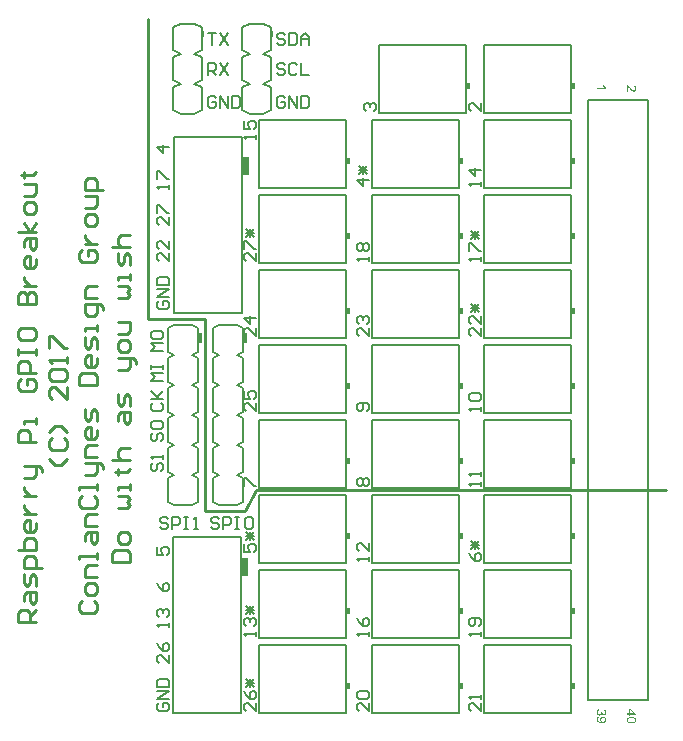
<source format=gto>
G04 Layer_Color=65535*
%FSLAX25Y25*%
%MOIN*%
G70*
G01*
G75*
%ADD10C,0.01000*%
%ADD17C,0.00787*%
%ADD18C,0.00700*%
%ADD19R,0.01181X0.01969*%
%ADD20R,0.02461X0.05906*%
%ADD21R,0.01156X0.01969*%
%ADD22R,0.01299X0.03543*%
G36*
X4719Y-105624D02*
X4774D01*
X4834Y-105629D01*
X4903Y-105633D01*
X5047Y-105647D01*
X5199Y-105670D01*
X5352Y-105698D01*
X5421Y-105717D01*
X5490Y-105735D01*
X5495D01*
X5504Y-105740D01*
X5522Y-105749D01*
X5546Y-105758D01*
X5578Y-105767D01*
X5610Y-105786D01*
X5689Y-105823D01*
X5772Y-105869D01*
X5860Y-105929D01*
X5948Y-105998D01*
X6022Y-106081D01*
Y-106086D01*
X6031Y-106091D01*
X6040Y-106105D01*
X6049Y-106123D01*
X6068Y-106146D01*
X6081Y-106174D01*
X6118Y-106243D01*
X6151Y-106326D01*
X6183Y-106423D01*
X6202Y-106539D01*
X6211Y-106664D01*
Y-106668D01*
Y-106673D01*
Y-106687D01*
Y-106705D01*
X6206Y-106756D01*
X6197Y-106816D01*
X6183Y-106885D01*
X6165Y-106959D01*
X6142Y-107038D01*
X6105Y-107112D01*
Y-107116D01*
X6100Y-107121D01*
X6086Y-107144D01*
X6063Y-107181D01*
X6031Y-107227D01*
X5985Y-107278D01*
X5934Y-107334D01*
X5874Y-107384D01*
X5804Y-107435D01*
X5795Y-107440D01*
X5772Y-107458D01*
X5730Y-107477D01*
X5670Y-107509D01*
X5601Y-107537D01*
X5522Y-107574D01*
X5430Y-107606D01*
X5328Y-107634D01*
X5324D01*
X5315Y-107639D01*
X5301Y-107643D01*
X5278Y-107648D01*
X5250Y-107652D01*
X5218Y-107657D01*
X5176Y-107666D01*
X5130Y-107671D01*
X5079Y-107680D01*
X5024Y-107685D01*
X4959Y-107689D01*
X4894Y-107699D01*
X4820Y-107703D01*
X4746D01*
X4663Y-107708D01*
X4483D01*
X4432Y-107703D01*
X4377D01*
X4317Y-107699D01*
X4252Y-107694D01*
X4104Y-107680D01*
X3952Y-107657D01*
X3804Y-107629D01*
X3735Y-107611D01*
X3665Y-107588D01*
X3661D01*
X3651Y-107583D01*
X3633Y-107574D01*
X3610Y-107565D01*
X3577Y-107555D01*
X3545Y-107537D01*
X3467Y-107500D01*
X3384Y-107454D01*
X3291Y-107394D01*
X3208Y-107324D01*
X3129Y-107241D01*
Y-107237D01*
X3120Y-107232D01*
X3111Y-107218D01*
X3102Y-107200D01*
X3088Y-107176D01*
X3069Y-107153D01*
X3037Y-107084D01*
X3005Y-107001D01*
X2972Y-106904D01*
X2954Y-106788D01*
X2945Y-106664D01*
Y-106659D01*
Y-106645D01*
Y-106617D01*
X2949Y-106585D01*
X2954Y-106548D01*
X2963Y-106502D01*
X2972Y-106451D01*
X2986Y-106396D01*
X3005Y-106340D01*
X3023Y-106280D01*
X3051Y-106220D01*
X3083Y-106160D01*
X3120Y-106100D01*
X3166Y-106040D01*
X3217Y-105984D01*
X3273Y-105934D01*
X3277Y-105929D01*
X3291Y-105920D01*
X3314Y-105906D01*
X3351Y-105883D01*
X3393Y-105860D01*
X3448Y-105837D01*
X3513Y-105804D01*
X3587Y-105777D01*
X3670Y-105749D01*
X3767Y-105721D01*
X3873Y-105693D01*
X3993Y-105670D01*
X4123Y-105647D01*
X4261Y-105633D01*
X4414Y-105624D01*
X4575Y-105620D01*
X4668D01*
X4719Y-105624D01*
D02*
G37*
G36*
X6197Y-104464D02*
Y-104783D01*
X4127D01*
Y-105218D01*
X3767D01*
Y-104783D01*
X3000D01*
Y-104391D01*
X3767D01*
Y-103000D01*
X4127D01*
X6197Y-104464D01*
D02*
G37*
G36*
X-4593Y104995D02*
X-4584Y104986D01*
X-4579Y104968D01*
X-4565Y104945D01*
X-4551Y104917D01*
X-4533Y104885D01*
X-4487Y104806D01*
X-4436Y104714D01*
X-4371Y104621D01*
X-4297Y104524D01*
X-4219Y104427D01*
X-4214Y104422D01*
X-4210Y104418D01*
X-4196Y104404D01*
X-4182Y104385D01*
X-4136Y104344D01*
X-4080Y104288D01*
X-4016Y104233D01*
X-3942Y104173D01*
X-3868Y104122D01*
X-3789Y104076D01*
Y103822D01*
X-7000D01*
Y104215D01*
X-4501D01*
X-4505Y104219D01*
X-4524Y104242D01*
X-4551Y104270D01*
X-4584Y104316D01*
X-4625Y104367D01*
X-4671Y104432D01*
X-4722Y104506D01*
X-4773Y104589D01*
Y104593D01*
X-4778Y104598D01*
X-4796Y104626D01*
X-4819Y104672D01*
X-4847Y104727D01*
X-4879Y104792D01*
X-4912Y104861D01*
X-4944Y104931D01*
X-4972Y105000D01*
X-4593D01*
Y104995D01*
D02*
G37*
G36*
X3088Y104991D02*
X3129Y104986D01*
X3176Y104977D01*
X3222Y104968D01*
X3273Y104949D01*
X3277D01*
X3282Y104945D01*
X3309Y104935D01*
X3351Y104917D01*
X3407Y104889D01*
X3471Y104852D01*
X3545Y104806D01*
X3619Y104755D01*
X3698Y104691D01*
X3702D01*
X3707Y104681D01*
X3735Y104658D01*
X3776Y104616D01*
X3836Y104557D01*
X3906Y104487D01*
X3989Y104399D01*
X4081Y104293D01*
X4178Y104178D01*
X4183Y104173D01*
X4197Y104155D01*
X4220Y104127D01*
X4247Y104095D01*
X4284Y104053D01*
X4326Y104002D01*
X4372Y103951D01*
X4423Y103891D01*
X4534Y103776D01*
X4645Y103660D01*
X4700Y103605D01*
X4756Y103554D01*
X4806Y103508D01*
X4857Y103471D01*
X4862D01*
X4866Y103462D01*
X4880Y103452D01*
X4899Y103443D01*
X4950Y103411D01*
X5010Y103374D01*
X5084Y103341D01*
X5162Y103309D01*
X5250Y103291D01*
X5333Y103281D01*
X5342D01*
X5370Y103286D01*
X5416Y103291D01*
X5467Y103305D01*
X5532Y103323D01*
X5596Y103355D01*
X5661Y103397D01*
X5726Y103452D01*
X5735Y103462D01*
X5754Y103485D01*
X5777Y103517D01*
X5809Y103568D01*
X5837Y103632D01*
X5864Y103706D01*
X5883Y103794D01*
X5887Y103891D01*
Y103896D01*
Y103905D01*
Y103919D01*
X5883Y103937D01*
X5878Y103993D01*
X5864Y104058D01*
X5846Y104127D01*
X5814Y104205D01*
X5772Y104279D01*
X5717Y104349D01*
X5707Y104358D01*
X5684Y104376D01*
X5647Y104404D01*
X5592Y104432D01*
X5527Y104464D01*
X5444Y104492D01*
X5352Y104510D01*
X5245Y104519D01*
X5287Y104921D01*
X5291D01*
X5305Y104917D01*
X5328D01*
X5361Y104912D01*
X5398Y104903D01*
X5439Y104894D01*
X5490Y104880D01*
X5541Y104866D01*
X5652Y104829D01*
X5763Y104774D01*
X5818Y104741D01*
X5874Y104700D01*
X5925Y104658D01*
X5971Y104612D01*
X5975Y104607D01*
X5980Y104598D01*
X5994Y104584D01*
X6008Y104561D01*
X6026Y104533D01*
X6045Y104501D01*
X6068Y104464D01*
X6091Y104418D01*
X6114Y104367D01*
X6137Y104312D01*
X6155Y104252D01*
X6174Y104187D01*
X6188Y104118D01*
X6202Y104044D01*
X6206Y103965D01*
X6211Y103882D01*
Y103877D01*
Y103864D01*
Y103836D01*
X6206Y103803D01*
X6202Y103767D01*
X6197Y103720D01*
X6188Y103669D01*
X6179Y103619D01*
X6146Y103498D01*
X6100Y103378D01*
X6072Y103318D01*
X6040Y103258D01*
X5998Y103203D01*
X5952Y103152D01*
X5948Y103147D01*
X5943Y103138D01*
X5925Y103129D01*
X5906Y103110D01*
X5883Y103087D01*
X5850Y103064D01*
X5818Y103041D01*
X5777Y103013D01*
X5689Y102967D01*
X5578Y102921D01*
X5522Y102902D01*
X5458Y102893D01*
X5393Y102884D01*
X5324Y102879D01*
X5291D01*
X5255Y102884D01*
X5204Y102889D01*
X5148Y102898D01*
X5084Y102916D01*
X5014Y102935D01*
X4945Y102963D01*
X4936Y102967D01*
X4913Y102976D01*
X4876Y102995D01*
X4825Y103023D01*
X4769Y103060D01*
X4700Y103106D01*
X4631Y103161D01*
X4552Y103226D01*
X4543Y103235D01*
X4515Y103258D01*
X4492Y103281D01*
X4469Y103305D01*
X4441Y103332D01*
X4405Y103369D01*
X4368Y103406D01*
X4326Y103452D01*
X4280Y103498D01*
X4229Y103554D01*
X4178Y103614D01*
X4118Y103679D01*
X4058Y103753D01*
X3993Y103826D01*
X3989Y103831D01*
X3979Y103840D01*
X3966Y103859D01*
X3947Y103882D01*
X3919Y103910D01*
X3892Y103942D01*
X3832Y104016D01*
X3762Y104095D01*
X3693Y104168D01*
X3633Y104233D01*
X3610Y104261D01*
X3587Y104284D01*
X3582Y104288D01*
X3568Y104302D01*
X3550Y104321D01*
X3522Y104344D01*
X3490Y104367D01*
X3457Y104395D01*
X3379Y104450D01*
Y102875D01*
X3000D01*
Y104995D01*
X3051D01*
X3088Y104991D01*
D02*
G37*
G36*
X-4792Y-105486D02*
X-4750Y-105490D01*
X-4699Y-105495D01*
X-4648Y-105504D01*
X-4588Y-105518D01*
X-4468Y-105550D01*
X-4404Y-105573D01*
X-4334Y-105601D01*
X-4270Y-105633D01*
X-4210Y-105675D01*
X-4145Y-105717D01*
X-4089Y-105767D01*
X-4085Y-105772D01*
X-4075Y-105781D01*
X-4062Y-105795D01*
X-4043Y-105818D01*
X-4020Y-105846D01*
X-3992Y-105883D01*
X-3969Y-105920D01*
X-3937Y-105966D01*
X-3909Y-106012D01*
X-3886Y-106068D01*
X-3835Y-106192D01*
X-3817Y-106257D01*
X-3803Y-106331D01*
X-3794Y-106405D01*
X-3789Y-106483D01*
Y-106488D01*
Y-106497D01*
Y-106516D01*
X-3794Y-106539D01*
Y-106562D01*
X-3798Y-106594D01*
X-3812Y-106673D01*
X-3831Y-106761D01*
X-3863Y-106858D01*
X-3905Y-106955D01*
X-3960Y-107052D01*
Y-107056D01*
X-3969Y-107061D01*
X-3979Y-107075D01*
X-3992Y-107093D01*
X-4029Y-107140D01*
X-4080Y-107200D01*
X-4149Y-107260D01*
X-4233Y-107329D01*
X-4330Y-107389D01*
X-4440Y-107444D01*
X-4445D01*
X-4454Y-107449D01*
X-4473Y-107458D01*
X-4496Y-107467D01*
X-4528Y-107477D01*
X-4570Y-107491D01*
X-4616Y-107500D01*
X-4667Y-107514D01*
X-4727Y-107528D01*
X-4796Y-107542D01*
X-4870Y-107551D01*
X-4949Y-107560D01*
X-5037Y-107569D01*
X-5129Y-107578D01*
X-5231Y-107583D01*
X-5438D01*
X-5489Y-107578D01*
X-5549D01*
X-5619Y-107574D01*
X-5688Y-107565D01*
X-5845Y-107551D01*
X-6011Y-107528D01*
X-6168Y-107495D01*
X-6247Y-107472D01*
X-6316Y-107449D01*
X-6321D01*
X-6330Y-107444D01*
X-6349Y-107435D01*
X-6376Y-107426D01*
X-6404Y-107412D01*
X-6441Y-107394D01*
X-6520Y-107347D01*
X-6607Y-107292D01*
X-6700Y-107227D01*
X-6787Y-107144D01*
X-6866Y-107052D01*
Y-107047D01*
X-6875Y-107038D01*
X-6884Y-107024D01*
X-6894Y-107006D01*
X-6908Y-106978D01*
X-6926Y-106950D01*
X-6945Y-106913D01*
X-6958Y-106876D01*
X-6995Y-106788D01*
X-7028Y-106682D01*
X-7046Y-106567D01*
X-7055Y-106437D01*
Y-106433D01*
Y-106419D01*
Y-106400D01*
X-7051Y-106377D01*
Y-106345D01*
X-7046Y-106308D01*
X-7028Y-106220D01*
X-7005Y-106123D01*
X-6968Y-106021D01*
X-6917Y-105920D01*
X-6884Y-105869D01*
X-6848Y-105823D01*
X-6843Y-105818D01*
X-6838Y-105814D01*
X-6824Y-105800D01*
X-6811Y-105786D01*
X-6787Y-105767D01*
X-6760Y-105744D01*
X-6695Y-105698D01*
X-6612Y-105652D01*
X-6510Y-105606D01*
X-6395Y-105569D01*
X-6261Y-105541D01*
X-6228Y-105920D01*
X-6233D01*
X-6242Y-105924D01*
X-6252D01*
X-6270Y-105929D01*
X-6321Y-105943D01*
X-6376Y-105961D01*
X-6441Y-105984D01*
X-6506Y-106017D01*
X-6566Y-106054D01*
X-6617Y-106100D01*
X-6621Y-106105D01*
X-6635Y-106123D01*
X-6654Y-106156D01*
X-6672Y-106192D01*
X-6695Y-106243D01*
X-6714Y-106303D01*
X-6727Y-106373D01*
X-6732Y-106447D01*
Y-106456D01*
Y-106479D01*
X-6727Y-106511D01*
X-6723Y-106553D01*
X-6714Y-106604D01*
X-6700Y-106654D01*
X-6681Y-106710D01*
X-6654Y-106761D01*
X-6649Y-106765D01*
X-6640Y-106784D01*
X-6621Y-106811D01*
X-6593Y-106839D01*
X-6561Y-106876D01*
X-6524Y-106913D01*
X-6483Y-106950D01*
X-6432Y-106987D01*
X-6427Y-106992D01*
X-6404Y-107001D01*
X-6372Y-107019D01*
X-6330Y-107038D01*
X-6275Y-107061D01*
X-6210Y-107084D01*
X-6136Y-107107D01*
X-6053Y-107130D01*
X-6048D01*
X-6044Y-107135D01*
X-6030D01*
X-6011Y-107140D01*
X-5965Y-107149D01*
X-5905Y-107163D01*
X-5831Y-107172D01*
X-5753Y-107181D01*
X-5665Y-107186D01*
X-5572Y-107190D01*
X-5494D01*
X-5503Y-107186D01*
X-5526Y-107167D01*
X-5559Y-107140D01*
X-5605Y-107107D01*
X-5651Y-107061D01*
X-5702Y-107006D01*
X-5753Y-106941D01*
X-5799Y-106867D01*
X-5803Y-106858D01*
X-5817Y-106830D01*
X-5836Y-106788D01*
X-5854Y-106738D01*
X-5877Y-106668D01*
X-5896Y-106594D01*
X-5910Y-106511D01*
X-5914Y-106423D01*
Y-106419D01*
Y-106405D01*
Y-106386D01*
X-5910Y-106359D01*
X-5905Y-106322D01*
X-5900Y-106285D01*
X-5891Y-106239D01*
X-5877Y-106192D01*
X-5845Y-106086D01*
X-5822Y-106031D01*
X-5794Y-105975D01*
X-5762Y-105915D01*
X-5720Y-105860D01*
X-5679Y-105804D01*
X-5628Y-105754D01*
X-5623Y-105749D01*
X-5614Y-105740D01*
X-5600Y-105730D01*
X-5577Y-105712D01*
X-5545Y-105689D01*
X-5512Y-105666D01*
X-5471Y-105643D01*
X-5425Y-105620D01*
X-5374Y-105592D01*
X-5318Y-105569D01*
X-5254Y-105546D01*
X-5189Y-105523D01*
X-5115Y-105504D01*
X-5037Y-105495D01*
X-4958Y-105486D01*
X-4870Y-105481D01*
X-4824D01*
X-4792Y-105486D01*
D02*
G37*
G36*
X-6104Y-103393D02*
X-6108D01*
X-6118Y-103397D01*
X-6136Y-103402D01*
X-6159Y-103407D01*
X-6187Y-103411D01*
X-6219Y-103420D01*
X-6289Y-103444D01*
X-6372Y-103476D01*
X-6450Y-103517D01*
X-6524Y-103564D01*
X-6589Y-103619D01*
X-6593Y-103628D01*
X-6612Y-103647D01*
X-6635Y-103684D01*
X-6658Y-103730D01*
X-6686Y-103785D01*
X-6709Y-103855D01*
X-6727Y-103933D01*
X-6732Y-104016D01*
Y-104021D01*
Y-104030D01*
Y-104044D01*
X-6727Y-104063D01*
X-6723Y-104113D01*
X-6709Y-104178D01*
X-6686Y-104252D01*
X-6654Y-104331D01*
X-6607Y-104409D01*
X-6543Y-104483D01*
X-6533Y-104492D01*
X-6506Y-104515D01*
X-6464Y-104543D01*
X-6409Y-104580D01*
X-6339Y-104617D01*
X-6261Y-104645D01*
X-6168Y-104668D01*
X-6067Y-104677D01*
X-6039D01*
X-6021Y-104672D01*
X-5970Y-104668D01*
X-5910Y-104654D01*
X-5836Y-104636D01*
X-5762Y-104603D01*
X-5688Y-104557D01*
X-5619Y-104497D01*
X-5609Y-104488D01*
X-5591Y-104464D01*
X-5563Y-104428D01*
X-5531Y-104377D01*
X-5499Y-104312D01*
X-5471Y-104234D01*
X-5452Y-104146D01*
X-5443Y-104049D01*
Y-104044D01*
Y-104030D01*
Y-104007D01*
X-5448Y-103975D01*
X-5452Y-103933D01*
X-5461Y-103887D01*
X-5471Y-103832D01*
X-5485Y-103771D01*
X-5138Y-103818D01*
Y-103822D01*
Y-103841D01*
X-5143Y-103859D01*
Y-103878D01*
Y-103882D01*
Y-103887D01*
Y-103901D01*
Y-103919D01*
X-5133Y-103970D01*
X-5124Y-104030D01*
X-5110Y-104100D01*
X-5087Y-104178D01*
X-5055Y-104252D01*
X-5013Y-104331D01*
Y-104335D01*
X-5009Y-104340D01*
X-4990Y-104363D01*
X-4958Y-104395D01*
X-4916Y-104432D01*
X-4856Y-104469D01*
X-4787Y-104501D01*
X-4708Y-104525D01*
X-4662Y-104534D01*
X-4575D01*
X-4538Y-104525D01*
X-4487Y-104515D01*
X-4431Y-104497D01*
X-4371Y-104474D01*
X-4311Y-104437D01*
X-4256Y-104386D01*
X-4251Y-104381D01*
X-4233Y-104358D01*
X-4210Y-104326D01*
X-4182Y-104284D01*
X-4159Y-104229D01*
X-4136Y-104164D01*
X-4117Y-104090D01*
X-4112Y-104007D01*
Y-104002D01*
Y-103998D01*
Y-103970D01*
X-4122Y-103929D01*
X-4131Y-103873D01*
X-4149Y-103813D01*
X-4173Y-103753D01*
X-4210Y-103688D01*
X-4256Y-103628D01*
X-4260Y-103624D01*
X-4283Y-103605D01*
X-4316Y-103577D01*
X-4362Y-103545D01*
X-4422Y-103513D01*
X-4496Y-103481D01*
X-4584Y-103453D01*
X-4685Y-103434D01*
X-4616Y-103042D01*
X-4611D01*
X-4598Y-103046D01*
X-4579Y-103051D01*
X-4551Y-103055D01*
X-4519Y-103065D01*
X-4482Y-103078D01*
X-4394Y-103106D01*
X-4293Y-103153D01*
X-4191Y-103208D01*
X-4094Y-103277D01*
X-4006Y-103365D01*
X-4002Y-103370D01*
X-3997Y-103379D01*
X-3988Y-103393D01*
X-3974Y-103411D01*
X-3955Y-103434D01*
X-3937Y-103467D01*
X-3918Y-103499D01*
X-3895Y-103541D01*
X-3858Y-103633D01*
X-3821Y-103739D01*
X-3798Y-103864D01*
X-3789Y-103929D01*
Y-103998D01*
Y-104002D01*
Y-104012D01*
Y-104026D01*
Y-104044D01*
X-3794Y-104095D01*
X-3803Y-104155D01*
X-3817Y-104229D01*
X-3840Y-104312D01*
X-3868Y-104395D01*
X-3905Y-104478D01*
Y-104483D01*
X-3909Y-104488D01*
X-3923Y-104515D01*
X-3951Y-104557D01*
X-3983Y-104603D01*
X-4029Y-104659D01*
X-4080Y-104714D01*
X-4140Y-104770D01*
X-4210Y-104816D01*
X-4219Y-104820D01*
X-4242Y-104834D01*
X-4283Y-104853D01*
X-4334Y-104876D01*
X-4394Y-104899D01*
X-4464Y-104917D01*
X-4542Y-104931D01*
X-4621Y-104936D01*
X-4658D01*
X-4695Y-104931D01*
X-4745Y-104922D01*
X-4806Y-104908D01*
X-4870Y-104885D01*
X-4935Y-104857D01*
X-5000Y-104820D01*
X-5009Y-104816D01*
X-5027Y-104802D01*
X-5060Y-104774D01*
X-5097Y-104737D01*
X-5138Y-104691D01*
X-5184Y-104636D01*
X-5226Y-104571D01*
X-5268Y-104492D01*
Y-104497D01*
X-5272Y-104506D01*
X-5277Y-104520D01*
X-5281Y-104539D01*
X-5300Y-104589D01*
X-5328Y-104654D01*
X-5364Y-104728D01*
X-5411Y-104802D01*
X-5471Y-104871D01*
X-5540Y-104936D01*
X-5549Y-104940D01*
X-5577Y-104959D01*
X-5623Y-104987D01*
X-5683Y-105014D01*
X-5757Y-105042D01*
X-5845Y-105070D01*
X-5947Y-105088D01*
X-6058Y-105093D01*
X-6099D01*
X-6127Y-105088D01*
X-6164Y-105084D01*
X-6205Y-105074D01*
X-6252Y-105065D01*
X-6302Y-105056D01*
X-6413Y-105019D01*
X-6473Y-104991D01*
X-6529Y-104964D01*
X-6589Y-104927D01*
X-6649Y-104885D01*
X-6709Y-104839D01*
X-6764Y-104783D01*
X-6769Y-104779D01*
X-6778Y-104770D01*
X-6792Y-104751D01*
X-6811Y-104728D01*
X-6834Y-104700D01*
X-6857Y-104663D01*
X-6884Y-104622D01*
X-6908Y-104571D01*
X-6935Y-104520D01*
X-6963Y-104460D01*
X-6986Y-104400D01*
X-7009Y-104331D01*
X-7028Y-104257D01*
X-7042Y-104178D01*
X-7051Y-104100D01*
X-7055Y-104012D01*
Y-104007D01*
Y-103993D01*
Y-103970D01*
X-7051Y-103943D01*
X-7046Y-103905D01*
X-7042Y-103864D01*
X-7032Y-103818D01*
X-7023Y-103767D01*
X-6995Y-103656D01*
X-6949Y-103541D01*
X-6921Y-103481D01*
X-6889Y-103425D01*
X-6848Y-103370D01*
X-6806Y-103314D01*
X-6801Y-103310D01*
X-6792Y-103300D01*
X-6778Y-103286D01*
X-6760Y-103273D01*
X-6737Y-103250D01*
X-6704Y-103226D01*
X-6672Y-103199D01*
X-6630Y-103171D01*
X-6584Y-103143D01*
X-6538Y-103115D01*
X-6427Y-103065D01*
X-6298Y-103023D01*
X-6228Y-103009D01*
X-6154Y-103000D01*
X-6104Y-103393D01*
D02*
G37*
%LPC*%
G36*
X4575Y-106021D02*
X4501D01*
X4446Y-106026D01*
X4386D01*
X4312Y-106031D01*
X4233Y-106035D01*
X4150Y-106045D01*
X3970Y-106068D01*
X3882Y-106081D01*
X3799Y-106100D01*
X3721Y-106119D01*
X3647Y-106146D01*
X3582Y-106174D01*
X3527Y-106206D01*
X3522D01*
X3517Y-106216D01*
X3485Y-106239D01*
X3444Y-106280D01*
X3397Y-106331D01*
X3351Y-106400D01*
X3309Y-106479D01*
X3277Y-106567D01*
X3273Y-106613D01*
X3268Y-106664D01*
Y-106668D01*
Y-106677D01*
Y-106691D01*
X3273Y-106710D01*
X3282Y-106756D01*
X3300Y-106821D01*
X3333Y-106890D01*
X3379Y-106969D01*
X3407Y-107006D01*
X3444Y-107043D01*
X3480Y-107080D01*
X3527Y-107116D01*
X3531D01*
X3540Y-107126D01*
X3554Y-107135D01*
X3577Y-107144D01*
X3610Y-107163D01*
X3651Y-107176D01*
X3698Y-107195D01*
X3753Y-107213D01*
X3822Y-107227D01*
X3896Y-107246D01*
X3984Y-107264D01*
X4076Y-107278D01*
X4187Y-107287D01*
X4303Y-107297D01*
X4432Y-107306D01*
X4649D01*
X4705Y-107301D01*
X4765D01*
X4839Y-107297D01*
X4917Y-107292D01*
X5005Y-107283D01*
X5181Y-107260D01*
X5268Y-107246D01*
X5352Y-107227D01*
X5430Y-107209D01*
X5504Y-107181D01*
X5569Y-107153D01*
X5624Y-107121D01*
X5629D01*
X5633Y-107112D01*
X5647Y-107103D01*
X5666Y-107089D01*
X5707Y-107047D01*
X5758Y-106996D01*
X5804Y-106927D01*
X5846Y-106849D01*
X5864Y-106807D01*
X5878Y-106761D01*
X5883Y-106710D01*
X5887Y-106659D01*
Y-106654D01*
Y-106645D01*
Y-106631D01*
X5883Y-106613D01*
X5874Y-106562D01*
X5860Y-106502D01*
X5832Y-106433D01*
X5790Y-106359D01*
X5763Y-106322D01*
X5735Y-106285D01*
X5698Y-106253D01*
X5657Y-106220D01*
X5652D01*
X5643Y-106211D01*
X5624Y-106202D01*
X5601Y-106188D01*
X5564Y-106174D01*
X5522Y-106156D01*
X5472Y-106142D01*
X5412Y-106123D01*
X5342Y-106105D01*
X5264Y-106086D01*
X5176Y-106068D01*
X5079Y-106054D01*
X4968Y-106040D01*
X4848Y-106031D01*
X4719Y-106026D01*
X4575Y-106021D01*
D02*
G37*
G36*
X4127Y-103384D02*
Y-104391D01*
X5559D01*
X4127Y-103384D01*
D02*
G37*
G36*
X-4884Y-105883D02*
X-4912D01*
X-4935Y-105887D01*
X-4963D01*
X-4990Y-105892D01*
X-5060Y-105906D01*
X-5138Y-105929D01*
X-5221Y-105957D01*
X-5305Y-106003D01*
X-5378Y-106063D01*
X-5388Y-106072D01*
X-5406Y-106095D01*
X-5438Y-106137D01*
X-5471Y-106188D01*
X-5508Y-106257D01*
X-5540Y-106336D01*
X-5559Y-106423D01*
X-5568Y-106520D01*
Y-106525D01*
Y-106534D01*
Y-106548D01*
X-5563Y-106567D01*
X-5559Y-106617D01*
X-5545Y-106677D01*
X-5522Y-106751D01*
X-5489Y-106825D01*
X-5443Y-106899D01*
X-5378Y-106969D01*
X-5369Y-106978D01*
X-5341Y-106996D01*
X-5300Y-107024D01*
X-5240Y-107061D01*
X-5166Y-107093D01*
X-5078Y-107121D01*
X-4972Y-107140D01*
X-4852Y-107149D01*
X-4819D01*
X-4796Y-107144D01*
X-4764D01*
X-4732Y-107140D01*
X-4658Y-107126D01*
X-4570Y-107107D01*
X-4478Y-107075D01*
X-4390Y-107029D01*
X-4311Y-106969D01*
X-4307D01*
X-4302Y-106959D01*
X-4279Y-106936D01*
X-4247Y-106899D01*
X-4210Y-106849D01*
X-4177Y-106784D01*
X-4145Y-106710D01*
X-4122Y-106627D01*
X-4112Y-106580D01*
Y-106534D01*
Y-106530D01*
Y-106520D01*
Y-106507D01*
X-4117Y-106488D01*
X-4122Y-106437D01*
X-4140Y-106377D01*
X-4163Y-106303D01*
X-4205Y-106225D01*
X-4256Y-106146D01*
X-4293Y-106109D01*
X-4330Y-106072D01*
X-4334D01*
X-4339Y-106063D01*
X-4353Y-106054D01*
X-4367Y-106045D01*
X-4413Y-106012D01*
X-4478Y-105980D01*
X-4556Y-105943D01*
X-4653Y-105911D01*
X-4764Y-105892D01*
X-4884Y-105883D01*
D02*
G37*
%LPD*%
D10*
X-120545Y-30000D02*
X16000D01*
X-124364Y-37000D02*
X-120545Y-30000D01*
X-137500Y-37000D02*
X-124364D01*
X-137500D02*
Y26000D01*
Y27000D01*
X-156500D02*
X-137500D01*
X-156500D02*
Y127000D01*
X-194000Y-74000D02*
X-199998D01*
Y-71001D01*
X-198998Y-70001D01*
X-196999D01*
X-195999Y-71001D01*
Y-74000D01*
Y-72001D02*
X-194000Y-70001D01*
X-197999Y-67002D02*
Y-65003D01*
X-196999Y-64003D01*
X-194000D01*
Y-67002D01*
X-195000Y-68002D01*
X-195999Y-67002D01*
Y-64003D01*
X-194000Y-62004D02*
Y-59005D01*
X-195000Y-58005D01*
X-195999Y-59005D01*
Y-61004D01*
X-196999Y-62004D01*
X-197999Y-61004D01*
Y-58005D01*
X-192001Y-56006D02*
X-197999D01*
Y-53007D01*
X-196999Y-52007D01*
X-195000D01*
X-194000Y-53007D01*
Y-56006D01*
X-199998Y-50008D02*
X-194000D01*
Y-47009D01*
X-195000Y-46009D01*
X-195999D01*
X-196999D01*
X-197999Y-47009D01*
Y-50008D01*
X-194000Y-41011D02*
Y-43010D01*
X-195000Y-44010D01*
X-196999D01*
X-197999Y-43010D01*
Y-41011D01*
X-196999Y-40011D01*
X-195999D01*
Y-44010D01*
X-197999Y-38012D02*
X-194000D01*
X-195999D01*
X-196999Y-37012D01*
X-197999Y-36012D01*
Y-35013D01*
Y-32014D02*
X-194000D01*
X-195999D01*
X-196999Y-31014D01*
X-197999Y-30014D01*
Y-29015D01*
Y-26015D02*
X-195000D01*
X-194000Y-25016D01*
Y-22017D01*
X-193000D01*
X-192001Y-23017D01*
Y-24016D01*
X-194000Y-22017D02*
X-197999D01*
X-194000Y-14019D02*
X-199998D01*
Y-11020D01*
X-198998Y-10021D01*
X-196999D01*
X-195999Y-11020D01*
Y-14019D01*
X-194000Y-8021D02*
Y-6022D01*
Y-7022D01*
X-197999D01*
Y-8021D01*
X-198998Y6974D02*
X-199998Y5974D01*
Y3975D01*
X-198998Y2975D01*
X-195000D01*
X-194000Y3975D01*
Y5974D01*
X-195000Y6974D01*
X-196999D01*
Y4975D01*
X-194000Y8973D02*
X-199998D01*
Y11972D01*
X-198998Y12972D01*
X-196999D01*
X-195999Y11972D01*
Y8973D01*
X-199998Y14971D02*
Y16971D01*
Y15971D01*
X-194000D01*
Y14971D01*
Y16971D01*
X-199998Y22969D02*
Y20969D01*
X-198998Y19970D01*
X-195000D01*
X-194000Y20969D01*
Y22969D01*
X-195000Y23968D01*
X-198998D01*
X-199998Y22969D01*
Y31966D02*
X-194000D01*
Y34965D01*
X-195000Y35964D01*
X-195999D01*
X-196999Y34965D01*
Y31966D01*
Y34965D01*
X-197999Y35964D01*
X-198998D01*
X-199998Y34965D01*
Y31966D01*
X-197999Y37964D02*
X-194000D01*
X-195999D01*
X-196999Y38963D01*
X-197999Y39963D01*
Y40963D01*
X-194000Y46961D02*
Y44962D01*
X-195000Y43962D01*
X-196999D01*
X-197999Y44962D01*
Y46961D01*
X-196999Y47961D01*
X-195999D01*
Y43962D01*
X-197999Y50960D02*
Y52959D01*
X-196999Y53959D01*
X-194000D01*
Y50960D01*
X-195000Y49960D01*
X-195999Y50960D01*
Y53959D01*
X-194000Y55958D02*
X-199998D01*
X-195999D02*
X-197999Y58957D01*
X-195999Y55958D02*
X-194000Y58957D01*
Y62956D02*
Y64955D01*
X-195000Y65955D01*
X-196999D01*
X-197999Y64955D01*
Y62956D01*
X-196999Y61956D01*
X-195000D01*
X-194000Y62956D01*
X-197999Y67954D02*
X-195000D01*
X-194000Y68954D01*
Y71953D01*
X-197999D01*
X-198998Y74952D02*
X-197999D01*
Y73952D01*
Y75951D01*
Y74952D01*
X-195000D01*
X-194000Y75951D01*
X-183500Y-19501D02*
X-185499Y-21500D01*
X-187499D01*
X-189498Y-19501D01*
X-188498Y-12503D02*
X-189498Y-13503D01*
Y-15502D01*
X-188498Y-16502D01*
X-184500D01*
X-183500Y-15502D01*
Y-13503D01*
X-184500Y-12503D01*
X-183500Y-10504D02*
X-185499Y-8504D01*
X-187499D01*
X-189498Y-10504D01*
X-183500Y4492D02*
Y493D01*
X-187499Y4492D01*
X-188498D01*
X-189498Y3492D01*
Y1493D01*
X-188498Y493D01*
Y6491D02*
X-189498Y7491D01*
Y9490D01*
X-188498Y10490D01*
X-184500D01*
X-183500Y9490D01*
Y7491D01*
X-184500Y6491D01*
X-188498D01*
X-183500Y12489D02*
Y14488D01*
Y13489D01*
X-189498D01*
X-188498Y12489D01*
X-189498Y17487D02*
Y21486D01*
X-188498D01*
X-184500Y17487D01*
X-183500D01*
X-178498Y-67001D02*
X-179498Y-68001D01*
Y-70000D01*
X-178498Y-71000D01*
X-174500D01*
X-173500Y-70000D01*
Y-68001D01*
X-174500Y-67001D01*
X-173500Y-64002D02*
Y-62003D01*
X-174500Y-61003D01*
X-176499D01*
X-177499Y-62003D01*
Y-64002D01*
X-176499Y-65002D01*
X-174500D01*
X-173500Y-64002D01*
Y-59004D02*
X-177499D01*
Y-56005D01*
X-176499Y-55005D01*
X-173500D01*
Y-53006D02*
Y-51007D01*
Y-52006D01*
X-179498D01*
Y-53006D01*
X-177499Y-47008D02*
Y-45008D01*
X-176499Y-44009D01*
X-173500D01*
Y-47008D01*
X-174500Y-48007D01*
X-175499Y-47008D01*
Y-44009D01*
X-173500Y-42009D02*
X-177499D01*
Y-39010D01*
X-176499Y-38011D01*
X-173500D01*
X-178498Y-32013D02*
X-179498Y-33012D01*
Y-35012D01*
X-178498Y-36011D01*
X-174500D01*
X-173500Y-35012D01*
Y-33012D01*
X-174500Y-32013D01*
X-173500Y-30013D02*
Y-28014D01*
Y-29014D01*
X-179498D01*
Y-30013D01*
X-177499Y-25015D02*
X-174500D01*
X-173500Y-24015D01*
Y-21016D01*
X-172500D01*
X-171501Y-22016D01*
Y-23016D01*
X-173500Y-21016D02*
X-177499D01*
X-173500Y-19017D02*
X-177499D01*
Y-16018D01*
X-176499Y-15018D01*
X-173500D01*
Y-10020D02*
Y-12019D01*
X-174500Y-13019D01*
X-176499D01*
X-177499Y-12019D01*
Y-10020D01*
X-176499Y-9020D01*
X-175499D01*
Y-13019D01*
X-173500Y-7021D02*
Y-4022D01*
X-174500Y-3022D01*
X-175499Y-4022D01*
Y-6021D01*
X-176499Y-7021D01*
X-177499Y-6021D01*
Y-3022D01*
X-179498Y4975D02*
X-173500D01*
Y7975D01*
X-174500Y8974D01*
X-178498D01*
X-179498Y7975D01*
Y4975D01*
X-173500Y13972D02*
Y11973D01*
X-174500Y10973D01*
X-176499D01*
X-177499Y11973D01*
Y13972D01*
X-176499Y14972D01*
X-175499D01*
Y10973D01*
X-173500Y16972D02*
Y19971D01*
X-174500Y20970D01*
X-175499Y19971D01*
Y17971D01*
X-176499Y16972D01*
X-177499Y17971D01*
Y20970D01*
X-173500Y22970D02*
Y24969D01*
Y23969D01*
X-177499D01*
Y22970D01*
X-171501Y29967D02*
Y30967D01*
X-172500Y31967D01*
X-177499D01*
Y28968D01*
X-176499Y27968D01*
X-174500D01*
X-173500Y28968D01*
Y31967D01*
Y33966D02*
X-177499D01*
Y36965D01*
X-176499Y37965D01*
X-173500D01*
X-178498Y49961D02*
X-179498Y48961D01*
Y46962D01*
X-178498Y45962D01*
X-174500D01*
X-173500Y46962D01*
Y48961D01*
X-174500Y49961D01*
X-176499D01*
Y47962D01*
X-177499Y51960D02*
X-173500D01*
X-175499D01*
X-176499Y52960D01*
X-177499Y53960D01*
Y54959D01*
X-173500Y58958D02*
Y60957D01*
X-174500Y61957D01*
X-176499D01*
X-177499Y60957D01*
Y58958D01*
X-176499Y57958D01*
X-174500D01*
X-173500Y58958D01*
X-177499Y63956D02*
X-174500D01*
X-173500Y64956D01*
Y67955D01*
X-177499D01*
X-171501Y69954D02*
X-177499D01*
Y72953D01*
X-176499Y73953D01*
X-174500D01*
X-173500Y72953D01*
Y69954D01*
X-168498Y-54000D02*
X-162500D01*
Y-51001D01*
X-163500Y-50001D01*
X-167498D01*
X-168498Y-51001D01*
Y-54000D01*
X-162500Y-47002D02*
Y-45003D01*
X-163500Y-44003D01*
X-165499D01*
X-166499Y-45003D01*
Y-47002D01*
X-165499Y-48002D01*
X-163500D01*
X-162500Y-47002D01*
X-166499Y-36006D02*
X-163500D01*
X-162500Y-35006D01*
X-163500Y-34007D01*
X-162500Y-33007D01*
X-163500Y-32007D01*
X-166499D01*
X-162500Y-30008D02*
Y-28008D01*
Y-29008D01*
X-166499D01*
Y-30008D01*
X-167498Y-24010D02*
X-166499D01*
Y-25009D01*
Y-23010D01*
Y-24010D01*
X-163500D01*
X-162500Y-23010D01*
X-168498Y-20011D02*
X-162500D01*
X-165499D01*
X-166499Y-19011D01*
Y-17012D01*
X-165499Y-16012D01*
X-162500D01*
X-166499Y-7015D02*
Y-5016D01*
X-165499Y-4016D01*
X-162500D01*
Y-7015D01*
X-163500Y-8015D01*
X-164499Y-7015D01*
Y-4016D01*
X-162500Y-2017D02*
Y982D01*
X-163500Y1982D01*
X-164499Y982D01*
Y-1017D01*
X-165499Y-2017D01*
X-166499Y-1017D01*
Y1982D01*
Y9979D02*
X-163500D01*
X-162500Y10979D01*
Y13978D01*
X-161500D01*
X-160501Y12978D01*
Y11979D01*
X-162500Y13978D02*
X-166499D01*
X-162500Y16977D02*
Y18976D01*
X-163500Y19976D01*
X-165499D01*
X-166499Y18976D01*
Y16977D01*
X-165499Y15977D01*
X-163500D01*
X-162500Y16977D01*
X-166499Y21975D02*
X-163500D01*
X-162500Y22975D01*
Y25974D01*
X-166499D01*
Y33972D02*
X-163500D01*
X-162500Y34971D01*
X-163500Y35971D01*
X-162500Y36971D01*
X-163500Y37970D01*
X-166499D01*
X-162500Y39970D02*
Y41969D01*
Y40969D01*
X-166499D01*
Y39970D01*
X-162500Y44968D02*
Y47967D01*
X-163500Y48967D01*
X-164499Y47967D01*
Y45968D01*
X-165499Y44968D01*
X-166499Y45968D01*
Y48967D01*
X-168498Y50966D02*
X-162500D01*
X-165499D01*
X-166499Y51966D01*
Y53965D01*
X-165499Y54965D01*
X-162500D01*
D17*
X-36890Y45650D02*
X-23110D01*
X-15433D01*
X-44567Y68287D02*
X-15433D01*
Y45650D02*
Y48898D01*
Y52835D02*
Y68287D01*
X-44567Y48898D02*
Y52835D01*
Y45650D02*
X-36890D01*
X-44567Y52835D02*
Y68287D01*
X-15433Y48898D02*
Y52835D01*
X-44567Y45650D02*
Y48898D01*
X-74390Y70650D02*
X-60610D01*
X-52933D01*
X-82067Y93287D02*
X-52933D01*
Y70650D02*
Y73898D01*
Y77835D02*
Y93287D01*
X-82067Y73898D02*
Y77835D01*
Y70650D02*
X-74390D01*
X-82067Y77835D02*
Y93287D01*
X-52933Y73898D02*
Y77835D01*
X-82067Y70650D02*
Y73898D01*
X-71890Y95650D02*
X-58110D01*
X-50433D01*
X-79567Y118287D02*
X-50433D01*
Y95650D02*
Y98898D01*
Y102835D02*
Y118287D01*
X-79567Y98898D02*
Y102835D01*
Y95650D02*
X-71890D01*
X-79567Y102835D02*
Y118287D01*
X-50433Y98898D02*
Y102835D01*
X-79567Y95650D02*
Y98898D01*
X-36890Y95650D02*
X-23110D01*
X-15433D01*
X-44567Y118287D02*
X-15433D01*
Y95650D02*
Y98898D01*
Y102835D02*
Y118287D01*
X-44567Y98898D02*
Y102835D01*
Y95650D02*
X-36890D01*
X-44567Y102835D02*
Y118287D01*
X-15433Y98898D02*
Y102835D01*
X-44567Y95650D02*
Y98898D01*
X-10000Y-100000D02*
X10000D01*
X-10000Y100000D02*
X10000D01*
Y-100000D02*
Y100000D01*
X-10000Y-100000D02*
Y100000D01*
X-36890Y70650D02*
X-23110D01*
X-15433D01*
X-44567Y93287D02*
X-15433D01*
Y70650D02*
Y73898D01*
Y77835D02*
Y93287D01*
X-44567Y73898D02*
Y77835D01*
Y70650D02*
X-36890D01*
X-44567Y77835D02*
Y93287D01*
X-15433Y73898D02*
Y77835D01*
X-44567Y70650D02*
Y73898D01*
X-111890Y70650D02*
X-98110D01*
X-90433D01*
X-119567Y93287D02*
X-90433D01*
Y70650D02*
Y73898D01*
Y77835D02*
Y93287D01*
X-119567Y73898D02*
Y77835D01*
Y70650D02*
X-111890D01*
X-119567Y77835D02*
Y93287D01*
X-90433Y73898D02*
Y77835D01*
X-119567Y70650D02*
Y73898D01*
X-74390Y45650D02*
X-60610D01*
X-52933D01*
X-82067Y68287D02*
X-52933D01*
Y45650D02*
Y48898D01*
Y52835D02*
Y68287D01*
X-82067Y48898D02*
Y52835D01*
Y45650D02*
X-74390D01*
X-82067Y52835D02*
Y68287D01*
X-52933Y48898D02*
Y52835D01*
X-82067Y45650D02*
Y48898D01*
X-74390Y20650D02*
X-60610D01*
X-52933D01*
X-82067Y43287D02*
X-52933D01*
Y20650D02*
Y23898D01*
Y27835D02*
Y43287D01*
X-82067Y23898D02*
Y27835D01*
Y20650D02*
X-74390D01*
X-82067Y27835D02*
Y43287D01*
X-52933Y23898D02*
Y27835D01*
X-82067Y20650D02*
Y23898D01*
X-111890Y20650D02*
X-98110D01*
X-90433D01*
X-119567Y43287D02*
X-90433D01*
Y20650D02*
Y23898D01*
Y27835D02*
Y43287D01*
X-119567Y23898D02*
Y27835D01*
Y20650D02*
X-111890D01*
X-119567Y27835D02*
Y43287D01*
X-90433Y23898D02*
Y27835D01*
X-119567Y20650D02*
Y23898D01*
X-111890Y45650D02*
X-98110D01*
X-90433D01*
X-119567Y68287D02*
X-90433D01*
Y45650D02*
Y48898D01*
Y52835D02*
Y68287D01*
X-119567Y48898D02*
Y52835D01*
Y45650D02*
X-111890D01*
X-119567Y52835D02*
Y68287D01*
X-90433Y48898D02*
Y52835D01*
X-119567Y45650D02*
Y48898D01*
X-111890Y-4350D02*
X-98110D01*
X-90433D01*
X-119567Y18287D02*
X-90433D01*
Y-4350D02*
Y-1102D01*
Y2835D02*
Y18287D01*
X-119567Y-1102D02*
Y2835D01*
Y-4350D02*
X-111890D01*
X-119567Y2835D02*
Y18287D01*
X-90433Y-1102D02*
Y2835D01*
X-119567Y-4350D02*
Y-1102D01*
X-36890Y20650D02*
X-23110D01*
X-15433D01*
X-44567Y43287D02*
X-15433D01*
Y20650D02*
Y23898D01*
Y27835D02*
Y43287D01*
X-44567Y23898D02*
Y27835D01*
Y20650D02*
X-36890D01*
X-44567Y27835D02*
Y43287D01*
X-15433Y23898D02*
Y27835D01*
X-44567Y20650D02*
Y23898D01*
X-36890Y-79350D02*
X-23110D01*
X-15433D01*
X-44567Y-56713D02*
X-15433D01*
Y-79350D02*
Y-76102D01*
Y-72165D02*
Y-56713D01*
X-44567Y-76102D02*
Y-72165D01*
Y-79350D02*
X-36890D01*
X-44567Y-72165D02*
Y-56713D01*
X-15433Y-76102D02*
Y-72165D01*
X-44567Y-79350D02*
Y-76102D01*
X-74390Y-29350D02*
X-60610D01*
X-52933D01*
X-82067Y-6713D02*
X-52933D01*
Y-29350D02*
Y-26102D01*
Y-22165D02*
Y-6713D01*
X-82067Y-26102D02*
Y-22165D01*
Y-29350D02*
X-74390D01*
X-82067Y-22165D02*
Y-6713D01*
X-52933Y-26102D02*
Y-22165D01*
X-82067Y-29350D02*
Y-26102D01*
X-36890Y-4350D02*
X-23110D01*
X-15433D01*
X-44567Y18287D02*
X-15433D01*
Y-4350D02*
Y-1102D01*
Y2835D02*
Y18287D01*
X-44567Y-1102D02*
Y2835D01*
Y-4350D02*
X-36890D01*
X-44567Y2835D02*
Y18287D01*
X-15433Y-1102D02*
Y2835D01*
X-44567Y-4350D02*
Y-1102D01*
X-111890Y-104350D02*
X-98110D01*
X-90433D01*
X-119567Y-81713D02*
X-90433D01*
Y-104350D02*
Y-101102D01*
Y-97165D02*
Y-81713D01*
X-119567Y-101102D02*
Y-97165D01*
Y-104350D02*
X-111890D01*
X-119567Y-97165D02*
Y-81713D01*
X-90433Y-101102D02*
Y-97165D01*
X-119567Y-104350D02*
Y-101102D01*
X-111890Y-29350D02*
X-98110D01*
X-90433D01*
X-119567Y-6713D02*
X-90433D01*
Y-29350D02*
Y-26102D01*
Y-22165D02*
Y-6713D01*
X-119567Y-26102D02*
Y-22165D01*
Y-29350D02*
X-111890D01*
X-119567Y-22165D02*
Y-6713D01*
X-90433Y-26102D02*
Y-22165D01*
X-119567Y-29350D02*
Y-26102D01*
X-74390Y-4350D02*
X-60610D01*
X-52933D01*
X-82067Y18287D02*
X-52933D01*
Y-4350D02*
Y-1102D01*
Y2835D02*
Y18287D01*
X-82067Y-1102D02*
Y2835D01*
Y-4350D02*
X-74390D01*
X-82067Y2835D02*
Y18287D01*
X-52933Y-1102D02*
Y2835D01*
X-82067Y-4350D02*
Y-1102D01*
X-74390Y-54350D02*
X-60610D01*
X-52933D01*
X-82067Y-31713D02*
X-52933D01*
Y-54350D02*
Y-51102D01*
Y-47165D02*
Y-31713D01*
X-82067Y-51102D02*
Y-47165D01*
Y-54350D02*
X-74390D01*
X-82067Y-47165D02*
Y-31713D01*
X-52933Y-51102D02*
Y-47165D01*
X-82067Y-54350D02*
Y-51102D01*
X-36890Y-29350D02*
X-23110D01*
X-15433D01*
X-44567Y-6713D02*
X-15433D01*
Y-29350D02*
Y-26102D01*
Y-22165D02*
Y-6713D01*
X-44567Y-26102D02*
Y-22165D01*
Y-29350D02*
X-36890D01*
X-44567Y-22165D02*
Y-6713D01*
X-15433Y-26102D02*
Y-22165D01*
X-44567Y-29350D02*
Y-26102D01*
X-148386Y-104331D02*
Y-45669D01*
X-125748D01*
Y-104331D02*
Y-45669D01*
X-148386Y-104331D02*
X-125748D01*
X-74390Y-79350D02*
X-60610D01*
X-52933D01*
X-82067Y-56713D02*
X-52933D01*
Y-79350D02*
Y-76102D01*
Y-72165D02*
Y-56713D01*
X-82067Y-76102D02*
Y-72165D01*
Y-79350D02*
X-74390D01*
X-82067Y-72165D02*
Y-56713D01*
X-52933Y-76102D02*
Y-72165D01*
X-82067Y-79350D02*
Y-76102D01*
X-111890Y-54350D02*
X-98110D01*
X-90433D01*
X-119567Y-31713D02*
X-90433D01*
Y-54350D02*
Y-51102D01*
Y-47165D02*
Y-31713D01*
X-119567Y-51102D02*
Y-47165D01*
Y-54350D02*
X-111890D01*
X-119567Y-47165D02*
Y-31713D01*
X-90433Y-51102D02*
Y-47165D01*
X-119567Y-54350D02*
Y-51102D01*
X-74390Y-104350D02*
X-60610D01*
X-52933D01*
X-82067Y-81713D02*
X-52933D01*
Y-104350D02*
Y-101102D01*
Y-97165D02*
Y-81713D01*
X-82067Y-101102D02*
Y-97165D01*
Y-104350D02*
X-74390D01*
X-82067Y-97165D02*
Y-81713D01*
X-52933Y-101102D02*
Y-97165D01*
X-82067Y-104350D02*
Y-101102D01*
X-36890Y-54350D02*
X-23110D01*
X-15433D01*
X-44567Y-31713D02*
X-15433D01*
Y-54350D02*
Y-51102D01*
Y-47165D02*
Y-31713D01*
X-44567Y-51102D02*
Y-47165D01*
Y-54350D02*
X-36890D01*
X-44567Y-47165D02*
Y-31713D01*
X-15433Y-51102D02*
Y-47165D01*
X-44567Y-54350D02*
Y-51102D01*
X-36890Y-104350D02*
X-23110D01*
X-15433D01*
X-44567Y-81713D02*
X-15433D01*
Y-104350D02*
Y-101102D01*
Y-97165D02*
Y-81713D01*
X-44567Y-101102D02*
Y-97165D01*
Y-104350D02*
X-36890D01*
X-44567Y-97165D02*
Y-81713D01*
X-15433Y-101102D02*
Y-97165D01*
X-44567Y-104350D02*
Y-101102D01*
X-111890Y-79350D02*
X-98110D01*
X-90433D01*
X-119567Y-56713D02*
X-90433D01*
Y-79350D02*
Y-76102D01*
Y-72165D02*
Y-56713D01*
X-119567Y-76102D02*
Y-72165D01*
Y-79350D02*
X-111890D01*
X-119567Y-72165D02*
Y-56713D01*
X-90433Y-76102D02*
Y-72165D01*
X-119567Y-79350D02*
Y-76102D01*
X-118350Y125500D02*
X-115750Y124300D01*
Y116700D02*
Y124300D01*
X-118350Y115500D02*
X-115750Y116700D01*
X-125250D02*
Y124300D01*
X-122650Y125500D01*
X-118350D01*
X-125250Y116700D02*
X-122650Y115500D01*
X-118350D02*
X-115750Y114300D01*
Y106700D02*
Y114300D01*
X-118350Y105500D02*
X-115750Y106700D01*
X-125250D02*
Y114300D01*
X-122650Y115500D01*
X-125250Y106700D02*
X-122650Y105500D01*
X-118350D02*
X-115750Y104300D01*
X-122650Y95500D02*
X-118350D01*
X-115750Y96700D02*
Y104300D01*
X-118350Y95500D02*
X-115750Y96700D01*
X-125250D02*
Y104300D01*
X-122650Y105500D01*
X-125250Y96700D02*
X-122650Y95500D01*
X-147886Y29169D02*
Y87831D01*
X-125248D01*
Y29169D02*
Y87831D01*
X-147886Y29169D02*
X-125248D01*
X-141350Y125500D02*
X-138750Y124300D01*
Y116700D02*
Y124300D01*
X-141350Y115500D02*
X-138750Y116700D01*
X-148250D02*
Y124300D01*
X-145650Y125500D01*
X-141350D01*
X-148250Y116700D02*
X-145650Y115500D01*
X-141350D02*
X-138750Y114300D01*
Y106700D02*
Y114300D01*
X-141350Y105500D02*
X-138750Y106700D01*
X-148250D02*
Y114300D01*
X-145650Y115500D01*
X-148250Y106700D02*
X-145650Y105500D01*
X-141350D02*
X-138750Y104300D01*
X-145650Y95500D02*
X-141350D01*
X-138750Y96700D02*
Y104300D01*
X-141350Y95500D02*
X-138750Y96700D01*
X-148250D02*
Y104300D01*
X-145650Y105500D01*
X-148250Y96700D02*
X-145650Y95500D01*
X-135000Y15984D02*
X-133031Y15000D01*
X-126969Y5000D02*
X-125000Y5984D01*
X-126969Y-15000D02*
X-125000Y-15984D01*
X-135000Y5984D02*
X-133031Y5000D01*
X-126969Y15000D02*
X-125000Y15984D01*
X-135000Y14016D02*
X-133031Y15000D01*
X-126969Y-15000D02*
X-125000Y-14016D01*
Y-24016D02*
Y-15984D01*
X-135000Y4016D02*
X-133031Y5000D01*
X-126969Y25000D02*
X-125000Y24016D01*
X-126969Y15000D02*
X-125000Y14016D01*
X-135000Y-24016D02*
Y-15984D01*
Y-5984D02*
X-133031Y-5000D01*
X-125000Y-4016D02*
Y4016D01*
Y15984D02*
Y24016D01*
X-135000Y-34016D02*
X-133031Y-35000D01*
X-126969Y-5000D02*
X-125000Y-4016D01*
X-135000Y15984D02*
Y24016D01*
X-125000Y-34016D02*
Y-25984D01*
X-135000Y-14016D02*
Y-5984D01*
Y24016D02*
X-133031Y25000D01*
X-135000Y-4016D02*
X-133031Y-5000D01*
X-126969Y5000D02*
X-125000Y4016D01*
X-135000Y-24016D02*
X-133031Y-25000D01*
X-135000Y-14016D02*
X-133031Y-15000D01*
X-135000Y-15984D02*
X-133031Y-15000D01*
X-125000Y5984D02*
Y14016D01*
X-133031Y-35000D02*
X-126969D01*
X-133031Y25000D02*
X-126969D01*
X-135000Y-25984D02*
X-133031Y-25000D01*
X-126969Y-5000D02*
X-125000Y-5984D01*
X-126969Y-25000D02*
X-125000Y-25984D01*
X-126969Y-25000D02*
X-125000Y-24016D01*
X-135000Y-4016D02*
Y4016D01*
X-125000Y-14016D02*
Y-5984D01*
X-135000Y5984D02*
Y14016D01*
Y-34016D02*
Y-25984D01*
X-126969Y-35000D02*
X-125000Y-34016D01*
X-150000Y15984D02*
X-148031Y15000D01*
X-141969Y5000D02*
X-140000Y5984D01*
X-141969Y-15000D02*
X-140000Y-15984D01*
X-150000Y5984D02*
X-148031Y5000D01*
X-141969Y15000D02*
X-140000Y15984D01*
X-150000Y14016D02*
X-148031Y15000D01*
X-141969Y-15000D02*
X-140000Y-14016D01*
Y-24016D02*
Y-15984D01*
X-150000Y4016D02*
X-148031Y5000D01*
X-141969Y25000D02*
X-140000Y24016D01*
X-141969Y15000D02*
X-140000Y14016D01*
X-150000Y-24016D02*
Y-15984D01*
Y-5984D02*
X-148031Y-5000D01*
X-140000Y-4016D02*
Y4016D01*
Y15984D02*
Y24016D01*
X-150000Y-34016D02*
X-148031Y-35000D01*
X-141969Y-5000D02*
X-140000Y-4016D01*
X-150000Y15984D02*
Y24016D01*
X-140000Y-34016D02*
Y-25984D01*
X-150000Y-14016D02*
Y-5984D01*
Y24016D02*
X-148031Y25000D01*
X-150000Y-4016D02*
X-148031Y-5000D01*
X-141969Y5000D02*
X-140000Y4016D01*
X-150000Y-24016D02*
X-148031Y-25000D01*
X-150000Y-14016D02*
X-148031Y-15000D01*
X-150000Y-15984D02*
X-148031Y-15000D01*
X-140000Y5984D02*
Y14016D01*
X-148031Y-35000D02*
X-141969D01*
X-148031Y25000D02*
X-141969D01*
X-150000Y-25984D02*
X-148031Y-25000D01*
X-141969Y-5000D02*
X-140000Y-5984D01*
X-141969Y-25000D02*
X-140000Y-25984D01*
X-141969Y-25000D02*
X-140000Y-24016D01*
X-150000Y-4016D02*
Y4016D01*
X-140000Y-14016D02*
Y-5984D01*
X-150000Y5984D02*
Y14016D01*
Y-34016D02*
Y-25984D01*
X-141969Y-35000D02*
X-140000Y-34016D01*
D18*
X-45500Y-100834D02*
Y-103500D01*
X-48166Y-100834D01*
X-48832D01*
X-49499Y-101501D01*
Y-102833D01*
X-48832Y-103500D01*
X-45500Y-99501D02*
Y-98168D01*
Y-98835D01*
X-49499D01*
X-48832Y-99501D01*
X-45500Y-78500D02*
Y-77167D01*
Y-77834D01*
X-49499D01*
X-48832Y-78500D01*
X-46166Y-75168D02*
X-45500Y-74501D01*
Y-73168D01*
X-46166Y-72502D01*
X-48832D01*
X-49499Y-73168D01*
Y-74501D01*
X-48832Y-75168D01*
X-48166D01*
X-47499Y-74501D01*
Y-72502D01*
X-49499Y-50834D02*
X-48832Y-52167D01*
X-47499Y-53500D01*
X-46166D01*
X-45500Y-52834D01*
Y-51501D01*
X-46166Y-50834D01*
X-46833D01*
X-47499Y-51501D01*
Y-53500D01*
X-48832Y-49501D02*
X-46166Y-46836D01*
Y-49501D02*
X-48832Y-46836D01*
X-47499Y-49501D02*
Y-46836D01*
X-46166Y-48168D02*
X-48832D01*
X-45500Y-28500D02*
Y-27167D01*
Y-27834D01*
X-49499D01*
X-48832Y-28500D01*
X-45500Y-25168D02*
Y-23835D01*
Y-24501D01*
X-49499D01*
X-48832Y-25168D01*
X-45500Y-3500D02*
Y-2167D01*
Y-2833D01*
X-49499D01*
X-48832Y-3500D01*
Y-168D02*
X-49499Y499D01*
Y1832D01*
X-48832Y2498D01*
X-46166D01*
X-45500Y1832D01*
Y499D01*
X-46166Y-168D01*
X-48832D01*
X-45500Y24166D02*
Y21500D01*
X-48166Y24166D01*
X-48832D01*
X-49499Y23499D01*
Y22166D01*
X-48832Y21500D01*
X-45500Y28164D02*
Y25499D01*
X-48166Y28164D01*
X-48832D01*
X-49499Y27498D01*
Y26165D01*
X-48832Y25499D01*
Y29497D02*
X-46166Y32163D01*
Y29497D02*
X-48832Y32163D01*
X-47499Y29497D02*
Y32163D01*
X-46166Y30830D02*
X-48832D01*
X-45500Y46500D02*
Y47833D01*
Y47166D01*
X-49499D01*
X-48832Y46500D01*
X-49499Y49832D02*
Y52498D01*
X-48832D01*
X-46166Y49832D01*
X-45500D01*
X-48832Y53831D02*
X-46166Y56497D01*
Y53831D02*
X-48832Y56497D01*
X-47499Y53831D02*
Y56497D01*
X-46166Y55164D02*
X-48832D01*
X-45500Y71500D02*
Y72833D01*
Y72166D01*
X-49499D01*
X-48832Y71500D01*
X-45500Y76832D02*
X-49499D01*
X-47499Y74832D01*
Y77498D01*
X-45433Y99166D02*
Y96500D01*
X-48099Y99166D01*
X-48765D01*
X-49432Y98499D01*
Y97166D01*
X-48765Y96500D01*
X-83832D02*
X-84499Y97166D01*
Y98499D01*
X-83832Y99166D01*
X-83166D01*
X-82499Y98499D01*
Y97833D01*
Y98499D01*
X-81833Y99166D01*
X-81166D01*
X-80500Y98499D01*
Y97166D01*
X-81166Y96500D01*
X-83000Y73499D02*
X-86999D01*
X-84999Y71500D01*
Y74166D01*
X-86332Y75499D02*
X-83666Y78164D01*
Y75499D02*
X-86332Y78164D01*
X-84999Y75499D02*
Y78164D01*
X-83666Y76832D02*
X-86332D01*
X-83000Y46500D02*
Y47833D01*
Y47166D01*
X-86999D01*
X-86332Y46500D01*
Y49832D02*
X-86999Y50499D01*
Y51832D01*
X-86332Y52498D01*
X-85666D01*
X-84999Y51832D01*
X-84333Y52498D01*
X-83666D01*
X-83000Y51832D01*
Y50499D01*
X-83666Y49832D01*
X-84333D01*
X-84999Y50499D01*
X-85666Y49832D01*
X-86332D01*
X-84999Y50499D02*
Y51832D01*
X-83000Y24166D02*
Y21500D01*
X-85666Y24166D01*
X-86332D01*
X-86999Y23499D01*
Y22166D01*
X-86332Y21500D01*
Y25499D02*
X-86999Y26165D01*
Y27498D01*
X-86332Y28164D01*
X-85666D01*
X-84999Y27498D01*
Y26832D01*
Y27498D01*
X-84333Y28164D01*
X-83666D01*
X-83000Y27498D01*
Y26165D01*
X-83666Y25499D01*
Y-3500D02*
X-83000Y-2833D01*
Y-1501D01*
X-83666Y-834D01*
X-86332D01*
X-86999Y-1501D01*
Y-2833D01*
X-86332Y-3500D01*
X-85666D01*
X-84999Y-2833D01*
Y-834D01*
X-86332Y-28500D02*
X-86999Y-27834D01*
Y-26501D01*
X-86332Y-25834D01*
X-85666D01*
X-84999Y-26501D01*
X-84333Y-25834D01*
X-83666D01*
X-83000Y-26501D01*
Y-27834D01*
X-83666Y-28500D01*
X-84333D01*
X-84999Y-27834D01*
X-85666Y-28500D01*
X-86332D01*
X-84999Y-27834D02*
Y-26501D01*
X-83000Y-53500D02*
Y-52167D01*
Y-52834D01*
X-86999D01*
X-86332Y-53500D01*
X-83000Y-47502D02*
Y-50168D01*
X-85666Y-47502D01*
X-86332D01*
X-86999Y-48168D01*
Y-49501D01*
X-86332Y-50168D01*
X-83000Y-78500D02*
Y-77167D01*
Y-77834D01*
X-86999D01*
X-86332Y-78500D01*
X-86999Y-72502D02*
X-86332Y-73835D01*
X-84999Y-75168D01*
X-83666D01*
X-83000Y-74501D01*
Y-73168D01*
X-83666Y-72502D01*
X-84333D01*
X-84999Y-73168D01*
Y-75168D01*
X-83000Y-100834D02*
Y-103500D01*
X-85666Y-100834D01*
X-86332D01*
X-86999Y-101501D01*
Y-102833D01*
X-86332Y-103500D01*
Y-99501D02*
X-86999Y-98835D01*
Y-97502D01*
X-86332Y-96836D01*
X-83666D01*
X-83000Y-97502D01*
Y-98835D01*
X-83666Y-99501D01*
X-86332D01*
X-120500Y87000D02*
Y88333D01*
Y87666D01*
X-124499D01*
X-123832Y87000D01*
X-124499Y92998D02*
Y90332D01*
X-122499D01*
X-123166Y91665D01*
Y92332D01*
X-122499Y92998D01*
X-121167D01*
X-120500Y92332D01*
Y90999D01*
X-121167Y90332D01*
X-120500Y49166D02*
Y46500D01*
X-123166Y49166D01*
X-123832D01*
X-124499Y48499D01*
Y47166D01*
X-123832Y46500D01*
X-124499Y50499D02*
Y53164D01*
X-123832D01*
X-121167Y50499D01*
X-120500D01*
X-123832Y54497D02*
X-121167Y57163D01*
Y54497D02*
X-123832Y57163D01*
X-122499Y54497D02*
Y57163D01*
X-121167Y55830D02*
X-123832D01*
X-120500Y24166D02*
Y21500D01*
X-123166Y24166D01*
X-123832D01*
X-124499Y23499D01*
Y22166D01*
X-123832Y21500D01*
X-120500Y27498D02*
X-124499D01*
X-122499Y25499D01*
Y28164D01*
X-120500Y-834D02*
Y-3500D01*
X-123166Y-834D01*
X-123832D01*
X-124499Y-1501D01*
Y-2833D01*
X-123832Y-3500D01*
X-124499Y3164D02*
Y499D01*
X-122499D01*
X-123166Y1832D01*
Y2498D01*
X-122499Y3164D01*
X-121167D01*
X-120500Y2498D01*
Y1165D01*
X-121167Y499D01*
X-124499Y-28500D02*
Y-25834D01*
X-123832D01*
X-121167Y-28500D01*
X-120500D01*
X-124499Y-47834D02*
Y-50500D01*
X-122499D01*
X-123166Y-49167D01*
Y-48501D01*
X-122499Y-47834D01*
X-121167D01*
X-120500Y-48501D01*
Y-49834D01*
X-121167Y-50500D01*
X-123832Y-46501D02*
X-121167Y-43835D01*
Y-46501D02*
X-123832Y-43835D01*
X-122499Y-46501D02*
Y-43835D01*
X-121167Y-45168D02*
X-123832D01*
X-120500Y-78500D02*
Y-77167D01*
Y-77834D01*
X-124499D01*
X-123832Y-78500D01*
Y-75168D02*
X-124499Y-74501D01*
Y-73168D01*
X-123832Y-72502D01*
X-123166D01*
X-122499Y-73168D01*
Y-73835D01*
Y-73168D01*
X-121833Y-72502D01*
X-121167D01*
X-120500Y-73168D01*
Y-74501D01*
X-121167Y-75168D01*
X-123832Y-71169D02*
X-121167Y-68503D01*
Y-71169D02*
X-123832Y-68503D01*
X-122499Y-71169D02*
Y-68503D01*
X-121167Y-69836D02*
X-123832D01*
X-120500Y-100834D02*
Y-103500D01*
X-123166Y-100834D01*
X-123832D01*
X-124499Y-101501D01*
Y-102833D01*
X-123832Y-103500D01*
X-124499Y-96836D02*
X-123832Y-98168D01*
X-122499Y-99501D01*
X-121167D01*
X-120500Y-98835D01*
Y-97502D01*
X-121167Y-96836D01*
X-121833D01*
X-122499Y-97502D01*
Y-99501D01*
X-123832Y-95503D02*
X-121167Y-92837D01*
Y-95503D02*
X-123832Y-92837D01*
X-122499Y-95503D02*
Y-92837D01*
X-121167Y-94170D02*
X-123832D01*
X-110834Y111832D02*
X-111501Y112499D01*
X-112833D01*
X-113500Y111832D01*
Y111166D01*
X-112833Y110499D01*
X-111501D01*
X-110834Y109833D01*
Y109167D01*
X-111501Y108500D01*
X-112833D01*
X-113500Y109167D01*
X-106835Y111832D02*
X-107502Y112499D01*
X-108835D01*
X-109501Y111832D01*
Y109167D01*
X-108835Y108500D01*
X-107502D01*
X-106835Y109167D01*
X-105503Y112499D02*
Y108500D01*
X-102837D01*
X-110834Y121832D02*
X-111501Y122499D01*
X-112833D01*
X-113500Y121832D01*
Y121166D01*
X-112833Y120499D01*
X-111501D01*
X-110834Y119833D01*
Y119167D01*
X-111501Y118500D01*
X-112833D01*
X-113500Y119167D01*
X-109501Y122499D02*
Y118500D01*
X-107502D01*
X-106835Y119167D01*
Y121832D01*
X-107502Y122499D01*
X-109501D01*
X-105503Y118500D02*
Y121166D01*
X-104170Y122499D01*
X-102837Y121166D01*
Y118500D01*
Y120499D01*
X-105503D01*
X-110834Y100832D02*
X-111501Y101499D01*
X-112833D01*
X-113500Y100832D01*
Y98166D01*
X-112833Y97500D01*
X-111501D01*
X-110834Y98166D01*
Y99499D01*
X-112167D01*
X-109501Y97500D02*
Y101499D01*
X-106835Y97500D01*
Y101499D01*
X-105503D02*
Y97500D01*
X-103503D01*
X-102837Y98166D01*
Y100832D01*
X-103503Y101499D01*
X-105503D01*
X-152832Y33166D02*
X-153499Y32499D01*
Y31166D01*
X-152832Y30500D01*
X-150166D01*
X-149500Y31166D01*
Y32499D01*
X-150166Y33166D01*
X-151499D01*
Y31833D01*
X-149500Y34499D02*
X-153499D01*
X-149500Y37165D01*
X-153499D01*
Y38497D02*
X-149500D01*
Y40497D01*
X-150166Y41163D01*
X-152832D01*
X-153499Y40497D01*
Y38497D01*
X-152832Y-100834D02*
X-153499Y-101501D01*
Y-102833D01*
X-152832Y-103500D01*
X-150166D01*
X-149500Y-102833D01*
Y-101501D01*
X-150166Y-100834D01*
X-151499D01*
Y-102167D01*
X-149500Y-99501D02*
X-153499D01*
X-149500Y-96836D01*
X-153499D01*
Y-95503D02*
X-149500D01*
Y-93503D01*
X-150166Y-92837D01*
X-152832D01*
X-153499Y-93503D01*
Y-95503D01*
X-132834Y-39668D02*
X-133501Y-39001D01*
X-134834D01*
X-135500Y-39668D01*
Y-40334D01*
X-134834Y-41001D01*
X-133501D01*
X-132834Y-41667D01*
Y-42334D01*
X-133501Y-43000D01*
X-134834D01*
X-135500Y-42334D01*
X-131501Y-43000D02*
Y-39001D01*
X-129502D01*
X-128835Y-39668D01*
Y-41001D01*
X-129502Y-41667D01*
X-131501D01*
X-127503Y-39001D02*
X-126170D01*
X-126836D01*
Y-43000D01*
X-127503D01*
X-126170D01*
X-124170Y-39668D02*
X-123504Y-39001D01*
X-122171D01*
X-121504Y-39668D01*
Y-42334D01*
X-122171Y-43000D01*
X-123504D01*
X-124170Y-42334D01*
Y-39668D01*
X-149834D02*
X-150501Y-39001D01*
X-151833D01*
X-152500Y-39668D01*
Y-40334D01*
X-151833Y-41001D01*
X-150501D01*
X-149834Y-41667D01*
Y-42334D01*
X-150501Y-43000D01*
X-151833D01*
X-152500Y-42334D01*
X-148501Y-43000D02*
Y-39001D01*
X-146502D01*
X-145835Y-39668D01*
Y-41001D01*
X-146502Y-41667D01*
X-148501D01*
X-144503Y-39001D02*
X-143170D01*
X-143836D01*
Y-43000D01*
X-144503D01*
X-143170D01*
X-141170D02*
X-139837D01*
X-140504D01*
Y-39001D01*
X-141170Y-39668D01*
X-133834Y100832D02*
X-134501Y101499D01*
X-135834D01*
X-136500Y100832D01*
Y98166D01*
X-135834Y97500D01*
X-134501D01*
X-133834Y98166D01*
Y99499D01*
X-135167D01*
X-132501Y97500D02*
Y101499D01*
X-129835Y97500D01*
Y101499D01*
X-128503D02*
Y97500D01*
X-126503D01*
X-125837Y98166D01*
Y100832D01*
X-126503Y101499D01*
X-128503D01*
X-136500Y122499D02*
X-133834D01*
X-135167D01*
Y118500D01*
X-132501Y122499D02*
X-129835Y118500D01*
Y122499D02*
X-132501Y118500D01*
X-136500Y108500D02*
Y112499D01*
X-134501D01*
X-133834Y111832D01*
Y110499D01*
X-134501Y109833D01*
X-136500D01*
X-135167D02*
X-133834Y108500D01*
X-132501Y112499D02*
X-129835Y108500D01*
Y112499D02*
X-132501Y108500D01*
X-151500Y6500D02*
X-155499D01*
X-154166Y7833D01*
X-155499Y9166D01*
X-151500D01*
X-155499Y10499D02*
Y11832D01*
Y11165D01*
X-151500D01*
Y10499D01*
Y11832D01*
Y16500D02*
X-155499D01*
X-154166Y17833D01*
X-155499Y19166D01*
X-151500D01*
X-155499Y22498D02*
Y21165D01*
X-154832Y20499D01*
X-152166D01*
X-151500Y21165D01*
Y22498D01*
X-152166Y23165D01*
X-154832D01*
X-155499Y22498D01*
X-154832Y-834D02*
X-155499Y-1501D01*
Y-2833D01*
X-154832Y-3500D01*
X-152166D01*
X-151500Y-2833D01*
Y-1501D01*
X-152166Y-834D01*
X-155499Y499D02*
X-151500D01*
X-152833D01*
X-155499Y3164D01*
X-153499Y1165D01*
X-151500Y3164D01*
X-154832Y-10834D02*
X-155499Y-11501D01*
Y-12833D01*
X-154832Y-13500D01*
X-154166D01*
X-153499Y-12833D01*
Y-11501D01*
X-152833Y-10834D01*
X-152166D01*
X-151500Y-11501D01*
Y-12833D01*
X-152166Y-13500D01*
X-154832Y-9501D02*
X-155499Y-8835D01*
Y-7502D01*
X-154832Y-6836D01*
X-152166D01*
X-151500Y-7502D01*
Y-8835D01*
X-152166Y-9501D01*
X-154832D01*
Y-20834D02*
X-155499Y-21501D01*
Y-22833D01*
X-154832Y-23500D01*
X-154166D01*
X-153499Y-22833D01*
Y-21501D01*
X-152833Y-20834D01*
X-152166D01*
X-151500Y-21501D01*
Y-22833D01*
X-152166Y-23500D01*
X-151500Y-19501D02*
Y-18168D01*
Y-18835D01*
X-155499D01*
X-154832Y-19501D01*
X-149500Y-84834D02*
Y-87500D01*
X-152166Y-84834D01*
X-152832D01*
X-153499Y-85501D01*
Y-86834D01*
X-152832Y-87500D01*
X-153499Y-80835D02*
X-152832Y-82168D01*
X-151499Y-83501D01*
X-150166D01*
X-149500Y-82835D01*
Y-81502D01*
X-150166Y-80835D01*
X-150833D01*
X-151499Y-81502D01*
Y-83501D01*
X-149500Y-75500D02*
Y-74167D01*
Y-74834D01*
X-153499D01*
X-152832Y-75500D01*
Y-72168D02*
X-153499Y-71501D01*
Y-70168D01*
X-152832Y-69502D01*
X-152166D01*
X-151499Y-70168D01*
Y-70835D01*
Y-70168D01*
X-150833Y-69502D01*
X-150166D01*
X-149500Y-70168D01*
Y-71501D01*
X-150166Y-72168D01*
X-153499Y-60834D02*
X-152832Y-62167D01*
X-151499Y-63500D01*
X-150166D01*
X-149500Y-62834D01*
Y-61501D01*
X-150166Y-60834D01*
X-150833D01*
X-151499Y-61501D01*
Y-63500D01*
X-153499Y-48834D02*
Y-51500D01*
X-151499D01*
X-152166Y-50167D01*
Y-49501D01*
X-151499Y-48834D01*
X-150166D01*
X-149500Y-49501D01*
Y-50834D01*
X-150166Y-51500D01*
X-149500Y49166D02*
Y46500D01*
X-152166Y49166D01*
X-152832D01*
X-153499Y48499D01*
Y47166D01*
X-152832Y46500D01*
X-149500Y53164D02*
Y50499D01*
X-152166Y53164D01*
X-152832D01*
X-153499Y52498D01*
Y51165D01*
X-152832Y50499D01*
X-149500Y61166D02*
Y58500D01*
X-152166Y61166D01*
X-152832D01*
X-153499Y60499D01*
Y59166D01*
X-152832Y58500D01*
X-153499Y62499D02*
Y65165D01*
X-152832D01*
X-150166Y62499D01*
X-149500D01*
Y70500D02*
Y71833D01*
Y71166D01*
X-153499D01*
X-152832Y70500D01*
X-153499Y73832D02*
Y76498D01*
X-152832D01*
X-150166Y73832D01*
X-149500D01*
Y84499D02*
X-153499D01*
X-151499Y82500D01*
Y85166D01*
D19*
X-14842Y54803D02*
D03*
X-52342Y79803D02*
D03*
X-49843Y104803D02*
D03*
X-14842D02*
D03*
Y79803D02*
D03*
X-89842D02*
D03*
X-52342Y54803D02*
D03*
Y29803D02*
D03*
X-89842D02*
D03*
Y54803D02*
D03*
Y4803D02*
D03*
X-14842Y29803D02*
D03*
Y-70197D02*
D03*
X-52342Y-20197D02*
D03*
X-14842Y4803D02*
D03*
X-89842Y-95197D02*
D03*
Y-20197D02*
D03*
X-52342Y4803D02*
D03*
Y-45197D02*
D03*
X-14842Y-20197D02*
D03*
X-52342Y-70197D02*
D03*
X-89842Y-45197D02*
D03*
X-52342Y-95197D02*
D03*
X-14842Y-45197D02*
D03*
Y-95197D02*
D03*
X-89842Y-70197D02*
D03*
D20*
X-124321Y-55512D02*
D03*
X-123821Y77988D02*
D03*
D21*
X-115172Y122114D02*
D03*
X-138172D02*
D03*
D22*
X-124350Y20787D02*
D03*
X-139350D02*
D03*
M02*

</source>
